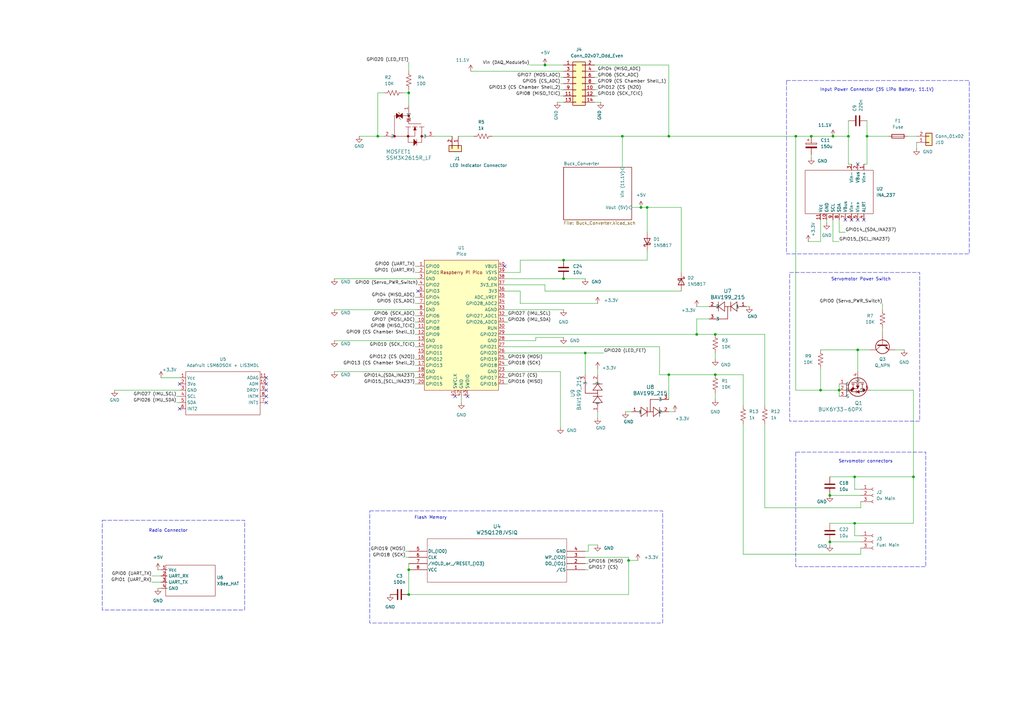
<source format=kicad_sch>
(kicad_sch (version 20250114) (generator "eeschema") (generator_version "9.0")
  (paper "A3")
  (title_block (title "LECV2.0 Main Board") (company "Missouri S&T Rocket Design Team") (comment 1 "Author: Rakshak Sudhakaran"))
  (lib_symbols
    (symbol "Adafruit_LSM6DSOX+LIS3MDL:Adafruit_LSM6DSOX+LIS3MDL"
      (property "Reference" "U" (at 0 0 0))
      (symbol "Adafruit_LSM6DSOX+LIS3MDL_1_1"
        (pin input line (at -17.78 -3.81 0) (length 2.54) (name "Vcc") (number "1"))
        (pin output line (at -17.78 -6.35 0) (length 2.54) (name "3Vo") (number "2"))
        (pin bidirectional line (at -17.78 -8.89 0) (length 2.54) (name "GND") (number "3"))
        (pin bidirectional line (at -17.78 -11.43 0) (length 2.54) (name "SCL") (number "4"))
        (pin bidirectional line (at -17.78 -13.97 0) (length 2.54) (name "SDA") (number "5"))
        (pin bidirectional line (at -17.78 -16.51 0) (length 2.54) (name "INT2") (number "6"))
        (pin bidirectional line (at 17.78 -3.81 180) (length 2.54) (name "ADAG") (number "11"))
        (pin bidirectional line (at 17.78 -6.35 180) (length 2.54) (name "ADM") (number "10"))
        (pin bidirectional line (at 17.78 -8.89 180) (length 2.54) (name "DRDY") (number "9"))
        (pin bidirectional line (at 17.78 -11.43 180) (length 2.54) (name "INTM") (number "8"))
        (pin bidirectional line (at 17.78 -13.97 180) (length 2.54) (name "INT1") (number "7"))
      )
    )
    (symbol "BAV199_215:BAV199_215" (pin_names (offset 0.254))
      (property "Reference" "U" (at 7.62 5.08 0))
      (property "Value" "BAV199_215" (at 7.62 -7.62 0))
      (symbol "BAV199_215_0_1"
        (pin unspecified line (at 0 0 0) (length 2.54) (name "2") (number "2"))
        (pin unspecified line (at 0 -5.08 0) (length 2.54) (name "3") (number "3"))
        (pin unspecified line (at 15.24 0 180) (length 2.54) (name "1") (number "1"))
      )
    )
    (symbol "BUK6Y33-60PX:BUK6Y33-60PX" (pin_names (offset 0.254))
      (property "Reference" "Q" (at 11.43 1.905 0))
      (property "Value" "BUK6Y33-60PX" (at 11.43 -2.54 0))
      (symbol "BUK6Y33-60PX_0_1"
        (pin unspecified line (at 0 0 0) (length 2.54) (name "G") (number "4"))
        (pin unspecified line (at 5.08 -7.62 90) (length 2.54) (name "S") (number "1"))
        (pin unspecified line (at 7.62 5.08 270) (length 2.54) (name "D") (number "5"))
        (pin unspecified line (at 7.62 -7.62 90) (length 2.54) (name "S") (number "2"))
        (pin unspecified line (at 10.16 -7.62 90) (length 2.54) (name "S") (number "3"))
      )
    )
    (symbol "Connector:Conn_01x03_Socket" (pin_names (offset 1.016) (hide yes))
      (property "Reference" "J" (at 0 5.08 0))
      (property "Value" "Conn_01x03_Socket" (at 0 -5.08 0))
      (symbol "Conn_01x03_Socket_1_1"
        (pin passive line (at -5.08 2.54 0) (length 3.81) (name "Pin_1") (number "1"))
        (pin passive line (at -5.08 0 0) (length 3.81) (name "Pin_2") (number "2"))
        (pin passive line (at -5.08 -2.54 0) (length 3.81) (name "Pin_3") (number "3"))
      )
    )
    (symbol "Connector_Generic:Conn_01x02" (pin_names (offset 1.016) (hide yes))
      (property "Reference" "J" (at 0 2.54 0))
      (property "Value" "Conn_01x02" (at 0 -5.08 0))
      (symbol "Conn_01x02_1_1"
        (pin passive line (at -5.08 0 0) (length 3.81) (name "Pin_1") (number "1"))
        (pin passive line (at -5.08 -2.54 0) (length 3.81) (name "Pin_2") (number "2"))
      )
    )
    (symbol "Connector_Generic:Conn_02x07_Odd_Even" (pin_names (offset 1.016) (hide yes))
      (property "Reference" "J" (at 1.27 10.16 0))
      (property "Value" "Conn_02x07_Odd_Even" (at 1.27 -10.16 0))
      (symbol "Conn_02x07_Odd_Even_1_1"
        (pin passive line (at -5.08 7.62 0) (length 3.81) (name "Pin_1") (number "1"))
        (pin passive line (at -5.08 5.08 0) (length 3.81) (name "Pin_3") (number "3"))
        (pin passive line (at -5.08 2.54 0) (length 3.81) (name "Pin_5") (number "5"))
        (pin passive line (at -5.08 0 0) (length 3.81) (name "Pin_7") (number "7"))
        (pin passive line (at -5.08 -2.54 0) (length 3.81) (name "Pin_9") (number "9"))
        (pin passive line (at -5.08 -5.08 0) (length 3.81) (name "Pin_11") (number "11"))
        (pin passive line (at -5.08 -7.62 0) (length 3.81) (name "Pin_13") (number "13"))
        (pin passive line (at 7.62 7.62 180) (length 3.81) (name "Pin_2") (number "2"))
        (pin passive line (at 7.62 5.08 180) (length 3.81) (name "Pin_4") (number "4"))
        (pin passive line (at 7.62 2.54 180) (length 3.81) (name "Pin_6") (number "6"))
        (pin passive line (at 7.62 0 180) (length 3.81) (name "Pin_8") (number "8"))
        (pin passive line (at 7.62 -2.54 180) (length 3.81) (name "Pin_10") (number "10"))
        (pin passive line (at 7.62 -5.08 180) (length 3.81) (name "Pin_12") (number "12"))
        (pin passive line (at 7.62 -7.62 180) (length 3.81) (name "Pin_14") (number "14"))
      )
    )
    (symbol "Device:C" (pin_numbers (hide yes)) (pin_names (offset 0.254))
      (property "Reference" "C" (at 0.635 2.54 0))
      (property "Value" "C" (at 0.635 -2.54 0))
      (symbol "C_1_1"
        (pin passive line (at 0 3.81 270) (length 2.794) (name "~") (number "1"))
        (pin passive line (at 0 -3.81 90) (length 2.794) (name "~") (number "2"))
      )
    )
    (symbol "Device:C_Polarized" (pin_numbers (hide yes)) (pin_names (offset 0.254))
      (property "Reference" "C" (at 0.635 2.54 0))
      (property "Value" "C_Polarized" (at 0.635 -2.54 0))
      (symbol "C_Polarized_1_1"
        (pin passive line (at 0 3.81 270) (length 2.794) (name "~") (number "1"))
        (pin passive line (at 0 -3.81 90) (length 2.794) (name "~") (number "2"))
      )
    )
    (symbol "Device:Fuse" (pin_numbers (hide yes)) (pin_names (offset 0))
      (property "Reference" "F" (at 2.032 0 90))
      (property "Value" "Fuse" (at -1.905 0 90))
      (symbol "Fuse_1_1"
        (pin passive line (at 0 3.81 270) (length 1.27) (name "~") (number "1"))
        (pin passive line (at 0 -3.81 90) (length 1.27) (name "~") (number "2"))
      )
    )
    (symbol "Device:Q_NPN" (pin_numbers (hide yes)) (pin_names (offset 0) (hide yes))
      (property "Reference" "Q2" (at -3.81 -4.318 90))
      (property "Value" "Q_NPN" (at -1.27 -4.318 90))
      (symbol "Q_NPN_1_1"
        (pin input line (at -5.08 0 0) (length 2.54) (name "B") (number "1"))
        (pin passive line (at 2.54 5.08 270) (length 2.54) (name "C") (number "3"))
        (pin passive line (at 2.54 -5.08 90) (length 2.54) (name "E") (number "2"))
      )
    )
    (symbol "Device:R_US" (pin_numbers (hide yes)) (pin_names (offset 0))
      (property "Reference" "R" (at 2.54 0 90))
      (property "Value" "R_US" (at -2.54 0 90))
      (symbol "R_US_1_1"
        (pin passive line (at 0 3.81 270) (length 1.27) (name "~") (number "1"))
        (pin passive line (at 0 -3.81 90) (length 1.27) (name "~") (number "2"))
      )
    )
    (symbol "Diode:1N5817" (pin_numbers (hide yes)) (pin_names (offset 1.016) (hide yes))
      (property "Reference" "D" (at 0 2.54 0))
      (property "Value" "1N5817" (at 0 -2.54 0))
      (symbol "1N5817_1_1"
        (pin passive line (at -3.81 0 0) (length 2.54) (name "K") (number "1"))
        (pin passive line (at 3.81 0 180) (length 2.54) (name "A") (number "2"))
      )
    )
    (symbol "GND_1" (power) (pin_numbers (hide yes)) (pin_names (offset 0) (hide yes))
      (property "Value" "GND" (at 0 -3.81 0))
      (symbol "GND_1_1_1"
        (pin power_in line (at 0 0 270) (length 0) (name "~") (number "1"))
      )
    )
    (symbol "GND_2" (power) (pin_numbers (hide yes)) (pin_names (offset 0) (hide yes))
      (property "Value" "GND" (at 0 -3.81 0))
      (symbol "GND_2_1_1"
        (pin power_in line (at 0 0 270) (length 0) (name "~") (number "1"))
      )
    )
    (symbol "GND_3" (power) (pin_numbers (hide yes)) (pin_names (offset 0) (hide yes))
      (property "Value" "GND" (at 0 -3.81 0))
      (symbol "GND_3_1_1"
        (pin power_in line (at 0 0 270) (length 0) (name "~") (number "1"))
      )
    )
    (symbol "INA237_Module:INA237_Module"
      (property "Reference" "U" (at -2.54 0 0))
      (symbol "INA237_Module_1_1"
        (pin input line (at -13.97 -5.08 0) (length 2.54) (name "Vin+") (number "1"))
        (pin bidirectional line (at -13.97 -7.62 0) (length 2.54) (name "VBus") (number "2"))
        (pin output line (at -13.97 -10.16 0) (length 2.54) (name "Vin-") (number "3"))
        (pin output line (at 8.89 -5.08 180) (length 2.54) (name "ALRT") (number "4"))
        (pin input line (at 8.89 -7.62 180) (length 2.54) (name "Vin+") (number "5"))
        (pin output line (at 8.89 -10.16 180) (length 2.54) (name "Vin-") (number "6"))
        (pin bidirectional line (at 8.89 -12.7 180) (length 2.54) (name "VBus") (number "7"))
        (pin bidirectional line (at 8.89 -15.24 180) (length 2.54) (name "SDA") (number "8"))
        (pin bidirectional line (at 8.89 -17.78 180) (length 2.54) (name "SCL") (number "9"))
        (pin bidirectional line (at 8.89 -20.32 180) (length 2.54) (name "GND") (number "10"))
        (pin input line (at 8.89 -22.86 180) (length 2.54) (name "Vcc") (number "11"))
      )
    )
    (symbol "PiPico:Pico"
      (property "Reference" "U" (at -13.97 27.94 0))
      (property "Value" "Pico" (at 0 19.05 0))
      (symbol "Pico_0_0"
        (text "Raspberry Pi Pico" (at 0 21.59 0) (effects (font (size 1.27 1.27))))
      )
      (symbol "Pico_1_1"
        (pin bidirectional line (at -17.78 24.13 0) (length 2.54) (name "GPIO0") (number "1"))
        (pin bidirectional line (at -17.78 21.59 0) (length 2.54) (name "GPIO1") (number "2"))
        (pin power_in line (at -17.78 19.05 0) (length 2.54) (name "GND") (number "3"))
        (pin bidirectional line (at -17.78 16.51 0) (length 2.54) (name "GPIO2") (number "4"))
        (pin bidirectional line (at -17.78 13.97 0) (length 2.54) (name "GPIO3") (number "5"))
        (pin bidirectional line (at -17.78 11.43 0) (length 2.54) (name "GPIO4") (number "6"))
        (pin bidirectional line (at -17.78 8.89 0) (length 2.54) (name "GPIO5") (number "7"))
        (pin power_in line (at -17.78 6.35 0) (length 2.54) (name "GND") (number "8"))
        (pin bidirectional line (at -17.78 3.81 0) (length 2.54) (name "GPIO6") (number "9"))
        (pin bidirectional line (at -17.78 1.27 0) (length 2.54) (name "GPIO7") (number "10"))
        (pin bidirectional line (at -17.78 -1.27 0) (length 2.54) (name "GPIO8") (number "11"))
        (pin bidirectional line (at -17.78 -3.81 0) (length 2.54) (name "GPIO9") (number "12"))
        (pin power_in line (at -17.78 -6.35 0) (length 2.54) (name "GND") (number "13"))
        (pin bidirectional line (at -17.78 -8.89 0) (length 2.54) (name "GPIO10") (number "14"))
        (pin bidirectional line (at -17.78 -11.43 0) (length 2.54) (name "GPIO11") (number "15"))
        (pin bidirectional line (at -17.78 -13.97 0) (length 2.54) (name "GPIO12") (number "16"))
        (pin bidirectional line (at -17.78 -16.51 0) (length 2.54) (name "GPIO13") (number "17"))
        (pin power_in line (at -17.78 -19.05 0) (length 2.54) (name "GND") (number "18"))
        (pin bidirectional line (at -17.78 -21.59 0) (length 2.54) (name "GPIO14") (number "19"))
        (pin bidirectional line (at -17.78 -24.13 0) (length 2.54) (name "GPIO15") (number "20"))
        (pin input line (at -2.54 -29.21 90) (length 2.54) (name "SWCLK") (number "41"))
        (pin power_in line (at 0 -29.21 90) (length 2.54) (name "GND") (number "42"))
        (pin bidirectional line (at 2.54 -29.21 90) (length 2.54) (name "SWDIO") (number "43"))
        (pin power_in line (at 17.78 24.13 180) (length 2.54) (name "VBUS") (number "40"))
        (pin power_in line (at 17.78 21.59 180) (length 2.54) (name "VSYS") (number "39"))
        (pin bidirectional line (at 17.78 19.05 180) (length 2.54) (name "GND") (number "38"))
        (pin input line (at 17.78 16.51 180) (length 2.54) (name "3V3_EN") (number "37"))
        (pin power_in line (at 17.78 13.97 180) (length 2.54) (name "3V3") (number "36"))
        (pin power_in line (at 17.78 11.43 180) (length 2.54) (name "ADC_VREF") (number "35"))
        (pin bidirectional line (at 17.78 8.89 180) (length 2.54) (name "GPIO28_ADC2") (number "34"))
        (pin power_in line (at 17.78 6.35 180) (length 2.54) (name "AGND") (number "33"))
        (pin bidirectional line (at 17.78 3.81 180) (length 2.54) (name "GPIO27_ADC1") (number "32"))
        (pin bidirectional line (at 17.78 1.27 180) (length 2.54) (name "GPIO26_ADC0") (number "31"))
        (pin input line (at 17.78 -1.27 180) (length 2.54) (name "RUN") (number "30"))
        (pin bidirectional line (at 17.78 -3.81 180) (length 2.54) (name "GPIO22") (number "29"))
        (pin power_in line (at 17.78 -6.35 180) (length 2.54) (name "GND") (number "28"))
        (pin bidirectional line (at 17.78 -8.89 180) (length 2.54) (name "GPIO21") (number "27"))
        (pin bidirectional line (at 17.78 -11.43 180) (length 2.54) (name "GPIO20") (number "26"))
        (pin bidirectional line (at 17.78 -13.97 180) (length 2.54) (name "GPIO19") (number "25"))
        (pin bidirectional line (at 17.78 -16.51 180) (length 2.54) (name "GPIO18") (number "24"))
        (pin power_in line (at 17.78 -19.05 180) (length 2.54) (name "GND") (number "23"))
        (pin bidirectional line (at 17.78 -21.59 180) (length 2.54) (name "GPIO17") (number "22"))
        (pin bidirectional line (at 17.78 -24.13 180) (length 2.54) (name "GPIO16") (number "21"))
      )
    )
    (symbol "SSM3K2615R_LF:SSM3K2615R_LF" (pin_names (offset 0.254))
      (property "Reference" "MOSFET" (at 0 0 0))
      (property "Value" "SSM3K2615R_LF" (at 0 0 0))
      (symbol "SSM3K2615R_LF_0_1"
        (pin unspecified line (at -2.54 -7.62 0) (length 2.54) (name "1") (number "1"))
        (pin unspecified line (at 10.16 2.54 270) (length 2.54) (name "3") (number "3"))
        (pin unspecified line (at 10.16 -17.78 90) (length 2.54) (name "2") (number "2"))
      )
    )
    (symbol "W25Q128JVSIQ:W25Q128JVSIQ" (pin_names (offset 0.254))
      (property "Reference" "U" (at 54.61 10.16 0))
      (property "Value" "W25Q128JVSIQ" (at 54.61 7.62 0))
      (symbol "W25Q128JVSIQ_0_1"
        (pin unspecified line (at 19.05 0 0) (length 7.62) (name "/CS") (number "1"))
        (pin power_out line (at 19.05 -7.62 0) (length 7.62) (name "GND") (number "4"))
        (pin power_in line (at 91.44 0 180) (length 7.62) (name "VCC") (number "8"))
        (pin unspecified line (at 91.44 -2.54 180) (length 7.62) (name "/HOLD_or_/RESET_(IO3)") (number "7"))
        (pin unspecified line (at 91.44 -5.08 180) (length 7.62) (name "CLK") (number "6"))
        (pin unspecified line (at 91.44 -7.62 180) (length 7.62) (name "DI_(IO0)") (number "5"))
      )
      (symbol "W25Q128JVSIQ_1_1"
        (pin unspecified line (at 19.05 -2.54 0) (length 7.62) (name "DO_(IO1)") (number "2"))
        (pin unspecified line (at 19.05 -5.08 0) (length 7.62) (name "WP_(IO2)") (number "3"))
      )
    )
    (symbol "XBee_HAT:XBee_HAT"
      (property "Reference" "U" (at 0 0 0))
      (symbol "XBee_HAT_1_1"
        (pin power_in line (at -11.43 -3.81 0) (length 2.54) (name "Vcc") (number "1"))
        (pin input line (at -11.43 -6.35 0) (length 2.54) (name "UART_RX") (number "2"))
        (pin output line (at -11.43 -8.89 0) (length 2.54) (name "UART_TX") (number "3"))
        (pin output line (at -11.43 -11.43 0) (length 2.54) (name "GND") (number "4"))
      )
    )
    (symbol "power:+12V" (power) (pin_names (offset 0))
      (property "Value" "+12V" (at 0 3.556 0))
      (symbol "+12V_1_1"
        (pin power_in line (at 0 0 90) (length 0) (hide yes) (name "+12V") (number "1"))
      )
    )
    (symbol "power:+3.3V" (power) (pin_numbers (hide yes)) (pin_names (offset 0) (hide yes))
      (property "Value" "+3.3V" (at 0 3.556 0))
      (symbol "+3.3V_1_1"
        (pin power_in line (at 0 0 90) (length 0) (name "~") (number "1"))
      )
    )
    (symbol "power:+5V" (power) (pin_numbers (hide yes)) (pin_names (offset 0) (hide yes))
      (property "Value" "+5V" (at 0 3.556 0))
      (symbol "+5V_1_1"
        (pin power_in line (at 0 0 90) (length 0) (name "~") (number "1"))
      )
    )
    (symbol "power:GND" (power) (pin_names (offset 0))
      (property "Value" "GND" (at 0 -3.81 0))
      (symbol "GND_1_1"
        (pin power_in line (at 0 0 270) (length 0) (hide yes) (name "GND") (number "1"))
      )
    )
  )
  (rectangle (start 41.91 213.36) (end 100.33 250.19) (stroke (width 0) (type dash)))
  (rectangle (start 323.85 111.76) (end 377.19 172.72) (stroke (width 0) (type dash)))
  (rectangle (start 326.39 185.42) (end 379.73 232.41) (stroke (width 0) (type dash)))
  (rectangle (start 151.638 209.55) (end 271.78 255.524) (stroke (width 0) (type dash)))
  (rectangle (start 322.58 33.02) (end 397.51 104.14) (stroke (width 0) (type dash)))
  (text "Flash Memory" (at 169.926 213.106 0) (effects (font (size 1.27 1.27)) (justify left bottom)))
  (text "Radio Connector" (at 60.96 218.44 0) (effects (font (size 1.27 1.27)) (justify left bottom)))
  (text "Servomotor Power Switch" (at 340.868 115.316 0) (effects (font (size 1.27 1.27)) (justify left bottom)))
  (text "Input Power Connector (3S LiPo Battery, 11.1V)" (at 336.296 37.592 0) (effects (font (size 1.27 1.27)) (justify left bottom)))
  (text "Servomotor connectors" (at 343.916 189.992 0) (effects (font (size 1.27 1.27)) (justify left bottom)))
  (junction (at 285.75 137.16))
  (junction (at 344.17 160.02))
  (junction (at 265.43 85.09))
  (junction (at 274.32 55.88))
  (junction (at 154.94 55.88))
  (junction (at 223.52 26.67))
  (junction (at 340.36 222.25))
  (junction (at 240.03 144.78))
  (junction (at 293.37 137.16))
  (junction (at 340.36 203.2))
  (junction (at 350.52 195.58))
  (junction (at 293.37 153.67))
  (junction (at 326.39 55.88))
  (junction (at 332.74 55.88))
  (junction (at 347.98 55.88))
  (junction (at 336.55 160.02))
  (junction (at 257.81 229.87))
  (junction (at 262.89 85.09))
  (junction (at 167.64 233.68))
  (junction (at 374.65 195.58))
  (junction (at 255.27 55.88))
  (junction (at 351.79 143.51))
  (junction (at 355.6 55.88))
  (junction (at 167.64 243.84))
  (junction (at 274.32 153.67))
  (junction (at 350.52 214.63))
  (junction (at 167.64 38.1))
  (junction (at 341.63 55.88))
  (junction (at 231.14 114.3))
  (junction (at 231.14 106.68))
  (no_connect (at 109.22 157.48))
  (no_connect (at 191.77 162.56))
  (no_connect (at 351.79 90.17))
  (no_connect (at 171.45 119.38))
  (no_connect (at 351.79 67.31))
  (no_connect (at 73.66 167.64))
  (no_connect (at 186.69 162.56))
  (no_connect (at 73.66 157.48))
  (no_connect (at 109.22 160.02))
  (no_connect (at 109.22 162.56))
  (no_connect (at 354.33 90.17))
  (no_connect (at 207.01 109.22))
  (no_connect (at 109.22 165.1))
  (no_connect (at 349.25 90.17))
  (no_connect (at 109.22 154.94))
  (no_connect (at 346.71 90.17))
  (wire (pts (xy 170.18 121.92) (xy 171.45 121.92)))
  (wire (pts (xy 245.11 34.29) (xy 243.84 34.29)))
  (wire (pts (xy 72.39 162.56) (xy 73.66 162.56)))
  (wire (pts (xy 336.55 143.51) (xy 351.79 143.51)))
  (wire (pts (xy 207.01 142.24) (xy 270.51 142.24)))
  (wire (pts (xy 326.39 55.88) (xy 326.39 160.02)))
  (wire (pts (xy 351.79 143.51) (xy 351.79 152.4)))
  (wire (pts (xy 340.36 222.25) (xy 353.06 222.25)))
  (wire (pts (xy 279.4 85.09) (xy 279.4 111.76)))
  (wire (pts (xy 340.36 203.2) (xy 353.06 203.2)))
  (wire (pts (xy 255.27 55.88) (xy 274.32 55.88)))
  (wire (pts (xy 257.81 229.87) (xy 257.81 228.6)))
  (wire (pts (xy 170.18 134.62) (xy 171.45 134.62)))
  (wire (pts (xy 350.52 195.58) (xy 350.52 200.66)))
  (wire (pts (xy 245.11 29.21) (xy 243.84 29.21)))
  (wire (pts (xy 245.11 153.67) (xy 245.11 151.13)))
  (wire (pts (xy 336.55 160.02) (xy 344.17 160.02)))
  (wire (pts (xy 313.69 166.37) (xy 313.69 137.16)))
  (wire (pts (xy 344.17 90.17) (xy 344.17 95.25)))
  (wire (pts (xy 372.11 55.88) (xy 375.92 55.88)))
  (wire (pts (xy 241.3 231.14) (xy 240.03 231.14)))
  (wire (pts (xy 245.11 36.83) (xy 243.84 36.83)))
  (wire (pts (xy 240.03 144.78) (xy 207.01 144.78)))
  (wire (pts (xy 207.01 127) (xy 231.14 127)))
  (wire (pts (xy 304.8 153.67) (xy 304.8 166.37)))
  (wire (pts (xy 241.3 223.52) (xy 241.3 226.06)))
  (wire (pts (xy 270.51 153.67) (xy 274.32 153.67)))
  (wire (pts (xy 167.64 231.14) (xy 167.64 233.68)))
  (wire (pts (xy 46.99 160.02) (xy 73.66 160.02)))
  (wire (pts (xy 166.37 226.06) (xy 167.64 226.06)))
  (wire (pts (xy 293.37 161.29) (xy 293.37 163.83)))
  (wire (pts (xy 243.84 26.67) (xy 274.32 26.67)))
  (wire (pts (xy 336.55 151.13) (xy 336.55 160.02)))
  (wire (pts (xy 154.94 38.1) (xy 157.48 38.1)))
  (wire (pts (xy 170.18 129.54) (xy 171.45 129.54)))
  (wire (pts (xy 207.01 137.16) (xy 285.75 137.16)))
  (wire (pts (xy 245.11 31.75) (xy 243.84 31.75)))
  (wire (pts (xy 167.64 36.83) (xy 167.64 38.1)))
  (wire (pts (xy 231.14 114.3) (xy 240.03 114.3)))
  (wire (pts (xy 332.74 64.77) (xy 332.74 63.5)))
  (wire (pts (xy 350.52 219.71) (xy 353.06 219.71)))
  (wire (pts (xy 228.6 41.91) (xy 231.14 41.91)))
  (wire (pts (xy 313.69 137.16) (xy 293.37 137.16)))
  (wire (pts (xy 170.18 109.22) (xy 171.45 109.22)))
  (wire (pts (xy 350.52 195.58) (xy 374.65 195.58)))
  (wire (pts (xy 361.95 124.46) (xy 361.95 127)))
  (wire (pts (xy 285.75 137.16) (xy 293.37 137.16)))
  (wire (pts (xy 274.32 168.91) (xy 276.86 168.91)))
  (wire (pts (xy 347.98 49.53) (xy 347.98 55.88)))
  (wire (pts (xy 229.87 36.83) (xy 231.14 36.83)))
  (wire (pts (xy 262.89 85.09) (xy 265.43 85.09)))
  (wire (pts (xy 355.6 55.88) (xy 364.49 55.88)))
  (wire (pts (xy 304.8 227.33) (xy 353.06 227.33)))
  (wire (pts (xy 274.32 55.88) (xy 326.39 55.88)))
  (wire (pts (xy 339.09 91.44) (xy 339.09 90.17)))
  (wire (pts (xy 240.03 144.78) (xy 240.03 153.67)))
  (wire (pts (xy 241.3 223.52) (xy 245.11 223.52)))
  (wire (pts (xy 351.79 143.51) (xy 356.87 143.51)))
  (wire (pts (xy 208.28 129.54) (xy 207.01 129.54)))
  (wire (pts (xy 217.17 26.67) (xy 223.52 26.67)))
  (wire (pts (xy 279.4 85.09) (xy 265.43 85.09)))
  (wire (pts (xy 274.32 153.67) (xy 274.32 163.83)))
  (wire (pts (xy 245.11 39.37) (xy 243.84 39.37)))
  (wire (pts (xy 170.18 142.24) (xy 171.45 142.24)))
  (wire (pts (xy 354.33 67.31) (xy 355.6 67.31)))
  (wire (pts (xy 344.17 162.56) (xy 344.17 160.02)))
  (wire (pts (xy 257.81 243.84) (xy 257.81 229.87)))
  (wire (pts (xy 274.32 153.67) (xy 293.37 153.67)))
  (wire (pts (xy 170.18 147.32) (xy 171.45 147.32)))
  (wire (pts (xy 375.92 58.42) (xy 375.92 60.96)))
  (wire (pts (xy 270.51 142.24) (xy 270.51 153.67)))
  (wire (pts (xy 208.28 147.32) (xy 207.01 147.32)))
  (wire (pts (xy 170.18 149.86) (xy 171.45 149.86)))
  (wire (pts (xy 231.14 106.68) (xy 265.43 106.68)))
  (wire (pts (xy 154.94 38.1) (xy 154.94 55.88)))
  (wire (pts (xy 261.62 229.87) (xy 257.81 229.87)))
  (wire (pts (xy 243.84 41.91) (xy 246.38 41.91)))
  (wire (pts (xy 344.17 160.02) (xy 344.17 157.48)))
  (wire (pts (xy 293.37 144.78) (xy 293.37 147.32)))
  (wire (pts (xy 290.83 130.81) (xy 285.75 130.81)))
  (wire (pts (xy 193.04 29.21) (xy 231.14 29.21)))
  (wire (pts (xy 361.95 134.62) (xy 361.95 135.89)))
  (wire (pts (xy 167.64 38.1) (xy 167.64 43.18)))
  (wire (pts (xy 229.87 152.4) (xy 207.01 152.4)))
  (wire (pts (xy 340.36 214.63) (xy 350.52 214.63)))
  (wire (pts (xy 170.18 137.16) (xy 171.45 137.16)))
  (wire (pts (xy 245.11 171.45) (xy 245.11 168.91)))
  (wire (pts (xy 64.77 233.68) (xy 66.04 233.68)))
  (wire (pts (xy 201.93 55.88) (xy 255.27 55.88)))
  (wire (pts (xy 185.42 55.88) (xy 177.8 55.88)))
  (wire (pts (xy 347.98 55.88) (xy 347.98 67.31)))
  (wire (pts (xy 353.06 208.28) (xy 353.06 205.74)))
  (wire (pts (xy 340.36 222.25) (xy 340.36 223.52)))
  (wire (pts (xy 255.27 55.88) (xy 255.27 68.58)))
  (wire (pts (xy 62.23 238.76) (xy 66.04 238.76)))
  (wire (pts (xy 313.69 208.28) (xy 353.06 208.28)))
  (wire (pts (xy 170.18 111.76) (xy 171.45 111.76)))
  (wire (pts (xy 157.48 55.88) (xy 154.94 55.88)))
  (wire (pts (xy 208.28 132.08) (xy 207.01 132.08)))
  (wire (pts (xy 326.39 160.02) (xy 336.55 160.02)))
  (wire (pts (xy 166.37 228.6) (xy 167.64 228.6)))
  (wire (pts (xy 332.74 55.88) (xy 341.63 55.88)))
  (wire (pts (xy 219.71 138.43) (xy 231.14 138.43)))
  (wire (pts (xy 247.65 144.78) (xy 240.03 144.78)))
  (wire (pts (xy 207.01 114.3) (xy 231.14 114.3)))
  (wire (pts (xy 304.8 173.99) (xy 304.8 227.33)))
  (wire (pts (xy 137.16 152.4) (xy 171.45 152.4)))
  (wire (pts (xy 208.28 154.94) (xy 207.01 154.94)))
  (wire (pts (xy 72.39 165.1) (xy 73.66 165.1)))
  (wire (pts (xy 207.01 111.76) (xy 213.36 111.76)))
  (wire (pts (xy 374.65 214.63) (xy 350.52 214.63)))
  (wire (pts (xy 336.55 90.17) (xy 336.55 99.06)))
  (wire (pts (xy 341.63 90.17) (xy 341.63 99.06)))
  (wire (pts (xy 213.36 111.76) (xy 213.36 106.68)))
  (wire (pts (xy 189.23 162.56) (xy 189.23 165.1)))
  (wire (pts (xy 219.71 139.7) (xy 207.01 139.7)))
  (wire (pts (xy 167.64 243.84) (xy 257.81 243.84)))
  (wire (pts (xy 154.94 55.88) (xy 147.32 55.88)))
  (wire (pts (xy 374.65 195.58) (xy 374.65 214.63)))
  (wire (pts (xy 347.98 67.31) (xy 349.25 67.31)))
  (wire (pts (xy 344.17 99.06) (xy 341.63 99.06)))
  (wire (pts (xy 256.54 168.91) (xy 259.08 168.91)))
  (wire (pts (xy 137.16 139.7) (xy 171.45 139.7)))
  (wire (pts (xy 229.87 39.37) (xy 231.14 39.37)))
  (wire (pts (xy 213.36 124.46) (xy 213.36 119.38)))
  (wire (pts (xy 167.64 25.4) (xy 167.64 29.21)))
  (wire (pts (xy 137.16 114.3) (xy 171.45 114.3)))
  (wire (pts (xy 279.4 119.38) (xy 223.52 119.38)))
  (wire (pts (xy 241.3 233.68) (xy 240.03 233.68)))
  (wire (pts (xy 167.64 233.68) (xy 167.64 243.84)))
  (wire (pts (xy 137.16 127) (xy 171.45 127)))
  (wire (pts (xy 170.18 124.46) (xy 171.45 124.46)))
  (wire (pts (xy 285.75 125.73) (xy 290.83 125.73)))
  (wire (pts (xy 223.52 116.84) (xy 207.01 116.84)))
  (wire (pts (xy 350.52 214.63) (xy 350.52 219.71)))
  (wire (pts (xy 208.28 149.86) (xy 207.01 149.86)))
  (wire (pts (xy 306.07 125.73) (xy 307.34 125.73)))
  (wire (pts (xy 213.36 106.68) (xy 231.14 106.68)))
  (wire (pts (xy 213.36 119.38) (xy 207.01 119.38)))
  (wire (pts (xy 165.1 38.1) (xy 167.64 38.1)))
  (wire (pts (xy 64.77 241.3) (xy 66.04 241.3)))
  (wire (pts (xy 245.11 124.46) (xy 213.36 124.46)))
  (wire (pts (xy 341.63 55.88) (xy 347.98 55.88)))
  (wire (pts (xy 229.87 175.26) (xy 229.87 152.4)))
  (wire (pts (xy 265.43 85.09) (xy 265.43 95.25)))
  (wire (pts (xy 355.6 49.53) (xy 355.6 55.88)))
  (wire (pts (xy 326.39 55.88) (xy 332.74 55.88)))
  (wire (pts (xy 265.43 106.68) (xy 265.43 102.87)))
  (wire (pts (xy 350.52 200.66) (xy 353.06 200.66)))
  (wire (pts (xy 194.31 55.88) (xy 187.96 55.88)))
  (wire (pts (xy 259.08 85.09) (xy 262.89 85.09)))
  (wire (pts (xy 285.75 130.81) (xy 285.75 137.16)))
  (wire (pts (xy 66.04 154.94) (xy 73.66 154.94)))
  (wire (pts (xy 340.36 195.58) (xy 350.52 195.58)))
  (wire (pts (xy 223.52 26.67) (xy 231.14 26.67)))
  (wire (pts (xy 219.71 138.43) (xy 219.71 139.7)))
  (wire (pts (xy 229.87 34.29) (xy 231.14 34.29)))
  (wire (pts (xy 353.06 227.33) (xy 353.06 224.79)))
  (wire (pts (xy 367.03 143.51) (xy 370.84 143.51)))
  (wire (pts (xy 170.18 154.94) (xy 171.45 154.94)))
  (wire (pts (xy 331.47 99.06) (xy 336.55 99.06)))
  (wire (pts (xy 240.03 228.6) (xy 257.81 228.6)))
  (wire (pts (xy 355.6 67.31) (xy 355.6 55.88)))
  (wire (pts (xy 208.28 157.48) (xy 207.01 157.48)))
  (wire (pts (xy 170.18 157.48) (xy 171.45 157.48)))
  (wire (pts (xy 346.71 95.25) (xy 344.17 95.25)))
  (wire (pts (xy 170.18 132.08) (xy 171.45 132.08)))
  (wire (pts (xy 241.3 226.06) (xy 240.03 226.06)))
  (wire (pts (xy 274.32 26.67) (xy 274.32 55.88)))
  (wire (pts (xy 293.37 153.67) (xy 304.8 153.67)))
  (wire (pts (xy 356.87 160.02) (xy 374.65 160.02)))
  (wire (pts (xy 223.52 119.38) (xy 223.52 116.84)))
  (wire (pts (xy 313.69 173.99) (xy 313.69 208.28)))
  (wire (pts (xy 229.87 31.75) (xy 231.14 31.75)))
  (wire (pts (xy 62.23 236.22) (xy 66.04 236.22)))
  (wire (pts (xy 374.65 160.02) (xy 374.65 195.58)))
  (label "GPIO15_(SCL_INA237)" (at 170.18 157.48 180))
  (label "GPIO17 (CS)" (at 208.28 154.94 0))
  (label "GPIO1 (UART_RX)" (at 62.23 238.76 180))
  (label "GPIO0 (Servo_PWR_Switch)" (at 361.95 124.46 180))
  (label "GPIO27 (IMU_SCL)" (at 208.28 129.54 0))
  (label "GPIO0 (UART_TX)" (at 62.23 236.22 180))
  (label "GPIO27 (IMU_SCL)" (at 72.39 162.56 180))
  (label "GPIO12 (CS (N2O)" (at 245.11 36.83 0))
  (label "GPIO10 (SCK_TCIC)" (at 170.18 142.24 180))
  (label "GPIO4 (MISO_ADC)" (at 170.18 121.92 180))
  (label "GPIO8 (MISO_TCIC)" (at 229.87 39.37 180))
  (label "GPIO15_(SCL_INA237)" (at 344.17 99.06 0))
  (label "GPIO10 (SCK_TCIC)" (at 245.11 39.37 0))
  (label "GPIO9 (CS Chamber Shell_1)" (at 245.11 34.29 0))
  (label "GPIO1 (UART_RX)" (at 170.18 111.76 180))
  (label "GPIO5 (CS_ADC)" (at 229.87 34.29 180))
  (label "GPIO13 (CS Chamber Shell_2)" (at 229.87 36.83 180))
  (label "GPIO26 (IMU_SDA)" (at 208.28 132.08 0))
  (label "GPIO6 (SCK_ADC)" (at 170.18 129.54 180))
  (label "GPIO16 (MISO)" (at 208.28 157.48 0))
  (label "GPIO14_(SDA_INA237)" (at 346.71 95.25 0))
  (label "GPIO19 (MOSI)" (at 208.28 147.32 0))
  (label "GPIO0 (Servo_PWR_Switch)" (at 171.45 116.84 180))
  (label "GPIO26 (IMU_SDA)" (at 72.39 165.1 180))
  (label "GPIO19 (MOSI)" (at 166.37 226.06 180))
  (label "GPIO7 (MOSI_ADC)" (at 229.87 31.75 180))
  (label "GPIO14_(SDA_INA237)" (at 170.18 154.94 180))
  (label "GPIO13 (CS Chamber Shell_2)" (at 170.18 149.86 180))
  (label "GPIO17 (CS)" (at 241.3 233.68 0))
  (label "GPIO0 (UART_TX)" (at 170.18 109.22 180))
  (label "GPIO8 (MISO_TCIC)" (at 170.18 134.62 180))
  (label "Vin (DAQ_Module5v)" (at 217.17 26.67 180))
  (label "GPIO9 (CS Chamber Shell_1)" (at 170.18 137.16 180))
  (label "GPIO6 (SCK_ADC)" (at 245.11 31.75 0))
  (label "GPIO7 (MOSI_ADC)" (at 170.18 132.08 180))
  (label "GPIO20 (LED_FET)" (at 247.65 144.78 0))
  (label "GPIO5 (CS_ADC)" (at 170.18 124.46 180))
  (label "GPIO16 (MISO)" (at 241.3 231.14 0))
  (label "GPIO20 (LED_FET)" (at 167.64 25.4 180))
  (label "GPIO18 (SCK)" (at 166.37 228.6 180))
  (label "GPIO4 (MISO_ADC)" (at 245.11 29.21 0))
  (label "GPIO18 (SCK)" (at 208.28 149.86 0))
  (label "GPIO12 (CS (N2O))" (at 170.18 147.32 180))
  (symbol (lib_id "Device:R_US") (at 293.37 157.48 0) (unit 1)
    (property "Reference" "R1" (at 295.91 156.21 0) (effects (justify left)))
    (property "Value" "10K" (at 295.91 158.75 0) (effects (justify left)))
    (property "Footprint" "Resistor_SMD:R_0603_1608Metric" (effects (hide yes)))
    (property "Datasheet" "https://www.vishay.com/docs/28758/tnpw_e3.pdf" (effects (hide yes)))
    (property "DigiKey" "https://www.digikey.com/en/products/detail/vishay-dale/TNPW060310K0BEEA/1606881" (effects (hide yes)))
  )
  (symbol (lib_id "power:GND") (at 137.16 114.3 0) (unit 1)
    (property "Reference" "#PWR07" (effects (hide yes)))
    (property "Value" "GND" (at 139.7 115.5699 0) (effects (justify left)))
  )
  (symbol (lib_id "BUK6Y33-60PX:BUK6Y33-60PX") (at 351.79 152.4 270) (unit 1)
    (property "Reference" "Q1" (at 353.822 165.354 90) (effects (font (size 1.524 1.524)) (justify right)))
    (property "Value" "BUK6Y33-60PX" (at 353.822 167.894 90) (effects (font (size 1.524 1.524)) (justify right)))
    (property "Footprint" "BUK6Y33-60PX:LFPAK_SOT669_NEX" (effects (hide yes)))
    (property "Datasheet" "https://assets.nexperia.com/documents/data-sheet/BUK6Y33-60P.pdf" (effects (hide yes)))
    (property "DigiKey" "https://www.digikey.com/en/products/detail/nexperia-usa-inc/BUK6Y33-60PX/12325065" (effects (hide yes)))
  )
  (symbol (lib_id "power:GND") (at 375.92 60.96 0) (unit 1)
    (property "Reference" "#PWR09" (effects (hide yes)))
    (property "Value" "GND" (at 378.46 62.2299 0) (effects (justify left)))
  )
  (symbol (lib_id "power:GND") (at 137.16 127 0) (unit 1)
    (property "Reference" "#PWR06" (effects (hide yes)))
    (property "Value" "GND" (at 139.7 128.2699 0) (effects (justify left)))
  )
  (symbol (lib_id "Device:R_US") (at 293.37 140.97 0) (unit 1)
    (property "Reference" "R3" (at 295.91 139.7 0) (effects (justify left)))
    (property "Value" "10K" (at 295.91 142.24 0) (effects (justify left)))
    (property "Footprint" "Resistor_SMD:R_0603_1608Metric" (effects (hide yes)))
    (property "Datasheet" "https://www.vishay.com/docs/28758/tnpw_e3.pdf" (effects (hide yes)))
    (property "DigiKey" "https://www.digikey.com/en/products/detail/vishay-dale/TNPW060310K0BEEA/1606881" (effects (hide yes)))
  )
  (symbol (lib_id "power:GND") (at 307.34 125.73 0) (unit 1)
    (property "Reference" "#PWR048" (effects (hide yes)))
    (property "Value" "GND" (at 308.61 129.794 0))
  )
  (symbol (lib_id "power:GND") (at 229.87 175.26 0) (unit 1)
    (property "Reference" "#PWR01" (effects (hide yes)))
    (property "Value" "GND" (at 232.41 176.5299 0) (effects (justify left)))
  )
  (symbol (lib_id "power:+12V") (at 193.04 29.21 0) (unit 1)
    (property "Reference" "#PWR030" (effects (hide yes)))
    (property "Value" "11.1V" (at 186.944 24.638 0) (effects (justify left)))
  )
  (symbol (lib_id "power:GND") (at 340.36 203.2 0) (unit 1)
    (property "Reference" "#PWR011" (effects (hide yes)))
    (property "Value" "GND" (at 335.026 205.74 0) (effects (justify left)))
  )
  (symbol (lib_id "W25Q128JVSIQ:W25Q128JVSIQ") (at 259.08 233.68 180) (unit 1)
    (property "Reference" "U4" (at 203.835 215.9 0) (effects (font (size 1.524 1.524))))
    (property "Value" "W25Q128JVSIQ" (at 203.835 218.44 0) (effects (font (size 1.524 1.524))))
    (property "Footprint" "W25Q128JVSIQ:SOIC_128JVSIQ_WIN" (effects (hide yes)))
    (property "Datasheet" "https://www.winbond.com/resource-files/W25Q128JV%20RevI%2008232021%20Plus.pdf" (effects (hide yes)))
    (property "DigiKey" "https://www.digikey.com/en/products/detail/winbond-electronics/W25Q128JVSIQ/5803943" (effects (hide yes)))
  )
  (symbol (lib_id "power:GND") (at 231.14 138.43 0) (unit 1)
    (property "Reference" "#PWR04" (effects (hide yes)))
    (property "Value" "GND" (at 233.68 139.6999 0) (effects (justify left)))
  )
  (symbol (lib_id "Connector_Generic:Conn_02x07_Odd_Even") (at 236.22 34.29 0) (unit 1)
    (property "Reference" "J4" (at 237.49 20.32 0))
    (property "Value" "Conn_02x07_Odd_Even" (at 244.856 22.86 0))
    (property "Footprint" "Connector_PinHeader_2.54mm:PinHeader_2x07_P2.54mm_Vertical" (effects (hide yes)))
    (property "Description" "Generic connector, double row, 02x07, odd/even pin numbering scheme (row 1 odd numbers, row 2 even numbers), script generated (kicad-library-utils/schlib/autogen/connector/)" (effects (hide yes)))
  )
  (symbol (lib_id "power:+3.3V") (at 66.04 154.94 0) (unit 1)
    (property "Reference" "#PWR021" (effects (hide yes)))
    (property "Value" "+3.3V" (at 66.548 151.638 0) (effects (justify left)))
    (property "Description" "Power symbol creates a global label with name \"+3.3V\"" (effects (hide yes)))
  )
  (symbol (lib_id "power:GND") (at 137.16 152.4 0) (unit 1)
    (property "Reference" "#PWR02" (effects (hide yes)))
    (property "Value" "GND" (at 139.7 153.6699 0) (effects (justify left)))
  )
  (symbol (lib_id "power:GND") (at 160.02 243.84 0) (unit 1)
    (property "Reference" "#PWR059" (effects (hide yes)))
    (property "Value" "GND" (at 160.02 248.92 0))
  )
  (symbol (lib_id "power:+12V") (at 341.63 55.88 0) (unit 1)
    (property "Reference" "#PWR020" (effects (hide yes)))
    (property "Value" "11.1V" (at 335.534 51.308 0) (effects (justify left)))
  )
  (symbol (lib_id "Device:C") (at 340.36 199.39 0) (unit 1)
    (property "Reference" "C18" (at 344.17 198.12 0) (effects (justify left)))
    (property "Value" "10u" (at 344.17 200.66 0) (effects (justify left)))
    (property "Footprint" "Capacitor_SMD:C_0805_2012Metric" (effects (hide yes)))
    (property "Datasheet" "https://mm.digikey.com/Volume0/opasdata/d220001/medias/docus/5545/CL21A106KAYNNNE%20Spec.pdf" (effects (hide yes)))
    (property "DigiKey" "https://www.digikey.com/en/products/detail/samsung-electro-mechanics/CL21A106KAYNNNE/3888549" (effects (hide yes)))
  )
  (symbol (lib_id "BAV199_215:BAV199_215") (at 290.83 125.73 0) (unit 1)
    (property "Reference" "U7" (at 298.45 119.38 0) (effects (font (size 1.524 1.524))))
    (property "Value" "BAV199_215" (at 298.45 121.92 0) (effects (font (size 1.524 1.524))))
    (property "Footprint" "Package_TO_SOT_SMD:SOT-23-3" (effects (hide yes)))
    (property "Datasheet" "https://assets.nexperia.com/documents/data-sheet/BAV199.pdf" (effects (hide yes)))
    (property "DigiKey" "https://www.digikey.com/en/products/detail/nexperia-usa-inc/BAV199-215/763223?msockid=128e8e655193667d39a29db6508167d6" (effects (hide yes)))
  )
  (symbol (lib_id "Device:C") (at 351.79 49.53 90) (unit 1)
    (property "Reference" "C9" (at 350.52 45.72 0) (effects (justify left)))
    (property "Value" "220n" (at 353.06 45.72 0) (effects (justify left)))
    (property "Footprint" "Capacitor_SMD:C_0805_2012Metric" (effects (hide yes)))
    (property "Datasheet" "https://www.samsungsem.com/resources/file/global/support/product_catalog/MLCC.pdf" (effects (hide yes)))
    (property "DigiKey" "https://www.digikey.com/en/products/detail/samsung-electro-mechanics/CL21B224KBFNNNG/3894501" (effects (hide yes)))
  )
  (symbol (lib_id "Device:R_US") (at 161.29 38.1 270) (unit 1)
    (property "Reference" "R2" (at 157.734 31.75 90) (effects (justify left)))
    (property "Value" "10K" (at 157.734 34.29 90) (effects (justify left)))
    (property "Footprint" "Resistor_SMD:R_0603_1608Metric" (effects (hide yes)))
    (property "Datasheet" "https://www.vishay.com/docs/28758/tnpw_e3.pdf" (effects (hide yes)))
    (property "DigiKey" "https://www.digikey.com/en/products/detail/vishay-dale/TNPW060310K0BEEA/1606881" (effects (hide yes)))
  )
  (symbol (lib_id "Connector_Generic:Conn_01x02") (at 381 58.42 0) (mirror x) (unit 1)
    (property "Reference" "J10" (at 383.54 58.42 0) (effects (justify left)))
    (property "Value" "Conn_01x02" (at 383.54 55.88 0) (effects (justify left)))
    (property "Footprint" "Connector_AMASS:AMASS_XT30UPB-M_1x02_P5.0mm_Vertical" (effects (hide yes)))
  )
  (symbol (lib_id "power:GND") (at 64.77 241.3 0) (unit 1)
    (property "Reference" "#PWR05" (effects (hide yes)))
    (property "Value" "GND" (at 64.77 246.38 0))
    (property "Description" "Power symbol creates a global label with name \"GND\" , ground" (effects (hide yes)))
  )
  (symbol (lib_name "GND_1") (lib_id "power:GND") (at 46.99 160.02 0) (unit 1)
    (property "Reference" "#PWR022" (effects (hide yes)))
    (property "Value" "GND" (at 44.958 164.084 0) (effects (justify left)))
    (property "Description" "Power symbol creates a global label with name \"GND\" , ground" (effects (hide yes)))
  )
  (symbol (lib_id "power:+5V") (at 64.77 233.68 0) (unit 1)
    (property "Reference" "#PWR024" (effects (hide yes)))
    (property "Value" "+5V" (at 64.77 228.6 0))
    (property "Description" "Power symbol creates a global label with name \"+5V\"" (effects (hide yes)))
  )
  (symbol (lib_id "Diode:1N5817") (at 279.4 115.57 270) (unit 1)
    (property "Reference" "D2" (at 281.94 113.9824 90) (effects (justify left)))
    (property "Value" "1N5817" (at 281.94 116.5224 90) (effects (justify left)))
    (property "Footprint" "Diode_THT:D_DO-41_SOD81_P10.16mm_Horizontal" (effects (hide yes)))
    (property "Datasheet" "http://www.vishay.com/docs/88525/1n5817.pdf" (effects (hide yes)))
    (property "DigiKey" "https://www.digikey.com/en/products/detail/vishay-general-semiconductor-diodes-division/1N5817-E3-73/2139978" (effects (hide yes)))
  )
  (symbol (lib_id "Diode:1N5817") (at 265.43 99.06 90) (unit 1)
    (property "Reference" "D1" (at 267.97 98.1075 90) (effects (justify right)))
    (property "Value" "1N5817" (at 267.97 100.6475 90) (effects (justify right)))
    (property "Footprint" "Diode_THT:D_DO-41_SOD81_P10.16mm_Horizontal" (effects (hide yes)))
    (property "Datasheet" "http://www.vishay.com/docs/88525/1n5817.pdf" (effects (hide yes)))
    (property "DigiKey" "https://www.digikey.com/en/products/detail/vishay-general-semiconductor-diodes-division/1N5817-E3-73/2139978" (effects (hide yes)))
  )
  (symbol (lib_id "XBee_HAT:XBee_HAT") (at 77.47 229.87 0) (unit 1)
    (property "Reference" "U6" (at 88.9 236.8549 0) (effects (justify left)))
    (property "Value" "XBee_HAT" (at 88.9 239.3949 0) (effects (justify left)))
    (property "Footprint" "XBee_HAT:XBee-HAT" (effects (hide yes)))
  )
  (symbol (lib_id "Connector:Conn_01x03_Socket") (at 358.14 203.2 0) (unit 1)
    (property "Reference" "J2" (at 359.41 201.9299 0) (effects (justify left)))
    (property "Value" "Ox Main" (at 359.41 204.4699 0) (effects (justify left)))
    (property "Footprint" "54-00440:TENSILITY_54-00440" (effects (hide yes)))
    (property "Datasheet" "https://tensility.s3.us-west-2.amazonaws.com/uploads/pdffiles/54-00440.pdf" (effects (hide yes)))
    (property "Description" "Generic connector, single row, 01x03, script generated" (effects (hide yes)))
    (property "DigiKey" "https://www.digikey.com/en/products/detail/tensility-international-corp/54-00440/26797725" (effects (hide yes)))
  )
  (symbol (lib_id "power:GND") (at 256.54 168.91 0) (unit 1)
    (property "Reference" "#PWR047" (effects (hide yes)))
    (property "Value" "GND" (at 257.81 172.974 0))
  )
  (symbol (lib_id "power:GND") (at 340.36 223.52 0) (unit 1)
    (property "Reference" "#PWR012" (effects (hide yes)))
    (property "Value" "GND" (at 339.344 224.028 0) (effects (justify right)))
  )
  (symbol (lib_id "SSM3K2615R_LF:SSM3K2615R_LF") (at 175.26 45.72 270) (unit 1)
    (property "Reference" "MOSFET1" (at 158.242 62.23 90) (effects (font (size 1.524 1.524)) (justify left)))
    (property "Value" "SSM3K2615R_LF" (at 158.242 64.77 90) (effects (font (size 1.524 1.524)) (justify left)))
    (property "Footprint" "SSM3K2615R_LF:SOT-23F_TOS" (effects (hide yes)))
    (property "Datasheet" "https://toshiba.semicon-storage.com/info/SSM3K2615R_datasheet_en_20250130.pdf?did=15672&prodName=SSM3K2615R" (effects (hide yes)))
    (property "DigiKey" "https://www.digikey.com/en/products/detail/toshiba-semiconductor-and-storage/SSM3K2615R-LF/5403445?s=N4IgTCBcDaIMpwLIGYDSYBsBGArAJQH0AZAMRAF0BfIA" (effects (hide yes)))
  )
  (symbol (lib_id "INA237_Module:INA237_Module") (at 359.41 81.28 270) (unit 1)
    (property "Reference" "U2" (at 359.41 77.4699 90) (effects (justify left)))
    (property "Value" "INA_237" (at 359.41 80.0099 90) (effects (justify left)))
    (property "Footprint" "INA_238:INA238_MODULE" (effects (hide yes)))
  )
  (symbol (lib_id "Device:Q_NPN") (at 361.95 140.97 90) (mirror x) (unit 1)
    (property "Reference" "Q3" (at 361.95 147.32 90))
    (property "Value" "Q_NPN" (at 361.95 149.86 90))
    (property "Footprint" "Package_TO_SOT_SMD:SOT-323_SC-70" (effects (hide yes)))
    (property "Description" "NPN bipolar junction transistor" (effects (hide yes)))
    (property "DigiKey" "https://www.digikey.com/en/products/detail/nexperia-usa-inc/BC847CW-135/1232291" (effects (hide yes)))
  )
  (symbol (lib_id "power:+3.3V") (at 245.11 151.13 0) (unit 1)
    (property "Reference" "#PWR050" (effects (hide yes)))
    (property "Value" "+3.3V" (at 246.888 150.876 0) (effects (justify left)))
    (property "Description" "Power symbol creates a global label with name \"+3.3V\"" (effects (hide yes)))
  )
  (symbol (lib_name "GND_2") (lib_id "power:GND") (at 370.84 143.51 0) (unit 1)
    (property "Reference" "#PWR027" (effects (hide yes)))
    (property "Value" "GND" (at 370.84 148.59 0))
    (property "Description" "Power symbol creates a global label with name \"GND\" , ground" (effects (hide yes)))
  )
  (symbol (lib_id "power:+5V") (at 262.89 85.09 0) (unit 1)
    (property "Reference" "#PWR023" (effects (hide yes)))
    (property "Value" "+5V" (at 262.89 80.01 0))
    (property "Description" "Power symbol creates a global label with name \"+5V\"" (effects (hide yes)))
  )
  (symbol (lib_id "BAV199_215:BAV199_215") (at 245.11 153.67 270) (unit 1)
    (property "Reference" "U9" (at 234.95 161.29 0) (effects (font (size 1.524 1.524))))
    (property "Value" "BAV199_215" (at 237.49 161.29 0) (effects (font (size 1.524 1.524))))
    (property "Footprint" "Package_TO_SOT_SMD:SOT-23-3" (effects (hide yes)))
    (property "Datasheet" "https://assets.nexperia.com/documents/data-sheet/BAV199.pdf" (effects (hide yes)))
    (property "DigiKey" "https://www.digikey.com/en/products/detail/nexperia-usa-inc/BAV199-215/763223?msockid=128e8e655193667d39a29db6508167d6" (effects (hide yes)))
  )
  (symbol (lib_id "Device:C_Polarized") (at 332.74 59.69 0) (unit 1)
    (property "Reference" "C11" (at 336.55 57.5309 0) (effects (justify left)))
    (property "Value" "150u" (at 336.55 60.0709 0) (effects (justify left)))
    (property "Footprint" "EEUFC1H151B:CAPPRD500W60D1000H1600" (effects (hide yes)))
    (property "Datasheet" "https://industrial.panasonic.com/ww/products/pt/aluminum-cap-lead/models/EEUFC1H151B" (effects (hide yes)))
    (property "Description" "Polarized capacitor" (effects (hide yes)))
    (property "DigiKey" "https://www.digikey.com/en/products/detail/panasonic-electronic-components/EEU-FC1H151B/2689668" (effects (hide yes)))
  )
  (symbol (lib_id "power:GND") (at 332.74 64.77 0) (unit 1)
    (property "Reference" "#PWR025" (effects (hide yes)))
    (property "Value" "GND" (at 335.28 66.0399 0) (effects (justify left)))
  )
  (symbol (lib_id "power:+3.3V") (at 276.86 168.91 0) (unit 1)
    (property "Reference" "#PWR046" (effects (hide yes)))
    (property "Value" "+3.3V" (at 276.86 171.704 0) (effects (justify left)))
    (property "Description" "Power symbol creates a global label with name \"+3.3V\"" (effects (hide yes)))
  )
  (symbol (lib_id "power:GND") (at 245.11 171.45 0) (unit 1)
    (property "Reference" "#PWR049" (effects (hide yes)))
    (property "Value" "GND" (at 246.38 175.514 0))
  )
  (symbol (lib_id "power:GND") (at 293.37 147.32 0) (unit 1)
    (property "Reference" "#PWR043" (effects (hide yes)))
    (property "Value" "GND" (at 297.688 149.606 0))
  )
  (symbol (lib_id "Device:R_US") (at 313.69 170.18 0) (unit 1)
    (property "Reference" "R12" (at 316.103 168.783 0) (effects (justify left)))
    (property "Value" "1k" (at 316.103 171.323 0) (effects (justify left)))
    (property "Footprint" "Resistor_SMD:R_0603_1608Metric" (effects (hide yes)))
    (property "Datasheet" "https://www.vishay.com/docs/28758/tnpw_e3.pdf" (effects (hide yes)))
    (property "Description" "Resistor, US symbol" (effects (hide yes)))
    (property "DigiKey" "https://www.digikey.com/en/products/detail/vishay-dale/TNPW06031K00BEEA/1606767" (effects (hide yes)))
  )
  (symbol (lib_name "GND_1") (lib_id "power:GND") (at 147.32 55.88 0) (unit 1)
    (property "Reference" "#PWR010" (effects (hide yes)))
    (property "Value" "GND" (at 145.288 59.944 0) (effects (justify left)))
    (property "Description" "Power symbol creates a global label with name \"GND\" , ground" (effects (hide yes)))
  )
  (symbol (lib_id "power:GND") (at 189.23 165.1 0) (unit 1)
    (property "Reference" "#PWR060" (effects (hide yes)))
    (property "Value" "GND" (at 189.23 170.18 0))
  )
  (symbol (lib_id "Device:R_US") (at 304.8 170.18 0) (unit 1)
    (property "Reference" "R13" (at 307.213 168.783 0) (effects (justify left)))
    (property "Value" "1k" (at 307.213 171.323 0) (effects (justify left)))
    (property "Footprint" "Resistor_SMD:R_0603_1608Metric" (effects (hide yes)))
    (property "Datasheet" "https://www.vishay.com/docs/28758/tnpw_e3.pdf" (effects (hide yes)))
    (property "Description" "Resistor, US symbol" (effects (hide yes)))
    (property "DigiKey" "https://www.digikey.com/en/products/detail/vishay-dale/TNPW06031K00BEEA/1606767" (effects (hide yes)))
  )
  (symbol (lib_id "power:+3.3V") (at 245.11 124.46 0) (unit 1)
    (property "Reference" "#PWR013" (effects (hide yes)))
    (property "Value" "+3.3V" (at 247.65 123.1899 0) (effects (justify left)))
    (property "Description" "Power symbol creates a global label with name \"+3.3V\"" (effects (hide yes)))
  )
  (symbol (lib_id "power:+3.3V") (at 331.47 99.06 0) (unit 1)
    (property "Reference" "#PWR018" (effects (hide yes)))
    (property "Value" "+3.3V" (at 333.502 91.186 90) (effects (justify right)))
    (property "Description" "Power symbol creates a global label with name \"+3.3V\"" (effects (hide yes)))
  )
  (symbol (lib_id "power:GND") (at 240.03 114.3 0) (unit 1)
    (property "Reference" "#PWR015" (effects (hide yes)))
    (property "Value" "GND" (at 242.57 115.57 0) (effects (justify left)))
  )
  (symbol (lib_name "GND_3") (lib_id "power:GND") (at 246.38 41.91 0) (unit 1)
    (property "Reference" "#PWR019" (effects (hide yes)))
    (property "Value" "GND" (at 245.872 45.212 90) (effects (justify right)))
    (property "Description" "Power symbol creates a global label with name \"GND\" , ground" (effects (hide yes)))
  )
  (symbol (lib_id "power:+5V") (at 223.52 26.67 0) (unit 1)
    (property "Reference" "#PWR028" (effects (hide yes)))
    (property "Value" "+5V" (at 223.52 21.59 0))
    (property "Description" "Power symbol creates a global label with name \"+5V\"" (effects (hide yes)))
  )
  (symbol (lib_id "Device:C") (at 340.36 218.44 0) (unit 1)
    (property "Reference" "C22" (at 344.17 217.17 0) (effects (justify left)))
    (property "Value" "10u" (at 344.17 219.71 0) (effects (justify left)))
    (property "Footprint" "Capacitor_SMD:C_0805_2012Metric" (effects (hide yes)))
    (property "Datasheet" "https://mm.digikey.com/Volume0/opasdata/d220001/medias/docus/5545/CL21A106KAYNNNE%20Spec.pdf" (effects (hide yes)))
    (property "DigiKey" "https://www.digikey.com/en/products/detail/samsung-electro-mechanics/CL21A106KAYNNNE/3888549" (effects (hide yes)))
  )
  (symbol (lib_id "power:GND") (at 293.37 163.83 0) (unit 1)
    (property "Reference" "#PWR044" (effects (hide yes)))
    (property "Value" "GND" (at 293.37 168.91 0))
  )
  (symbol (lib_id "Device:R_US") (at 167.64 33.02 0) (unit 1)
    (property "Reference" "R4" (at 172.72 31.75 0))
    (property "Value" "100" (at 172.72 34.29 0))
    (property "Footprint" "Resistor_SMD:R_0603_1608Metric" (effects (hide yes)))
    (property "Datasheet" "https://www.vishay.com/docs/28758/tnpw_e3.pdf" (effects (hide yes)))
    (property "Description" "Resistor, US symbol" (effects (hide yes)))
    (property "DigiKey" "https://www.digikey.com/en/products/detail/vishay-dale/TNPW0603100RBEEA/1606653" (effects (hide yes)))
  )
  (symbol (lib_id "Adafruit_LSM6DSOX+LIS3MDL:Adafruit_LSM6DSOX+LIS3MDL") (at 91.44 151.13 0) (unit 1)
    (property "Reference" "U5" (at 91.44 147.32 0))
    (property "Value" "Adafruit LSM6DSOX + LIS3MDL" (at 91.44 149.86 0))
    (property "Footprint" "Adafruit_LSM6DSOX+LIS3MDL:Adafruit_LSM6DSOX+LIS3MDL" (effects (hide yes)))
  )
  (symbol (lib_id "Device:C") (at 163.83 243.84 90) (unit 1)
    (property "Reference" "C3" (at 163.83 236.22 90))
    (property "Value" "100n" (at 163.83 238.76 90))
    (property "Footprint" "Capacitor_SMD:C_0603_1608Metric" (effects (hide yes)))
    (property "Datasheet" "https://mm.digikey.com/Volume0/opasdata/d220001/medias/docus/609/CL10B104KB8NNNC_Spec.pdf" (effects (hide yes)))
    (property "DigiKey" "https://www.digikey.com/en/products/detail/samsung-electro-mechanics/CL10B104KB8NNNC/3886658" (effects (hide yes)))
  )
  (symbol (lib_id "Device:C") (at 231.14 110.49 0) (unit 1)
    (property "Reference" "C24" (at 234.95 109.22 0) (effects (justify left)))
    (property "Value" "10u" (at 234.95 111.76 0) (effects (justify left)))
    (property "Footprint" "Capacitor_SMD:C_0805_2012Metric" (effects (hide yes)))
    (property "Datasheet" "https://mm.digikey.com/Volume0/opasdata/d220001/medias/docus/5545/CL21A106KAYNNNE%20Spec.pdf" (effects (hide yes)))
    (property "DigiKey" "https://www.digikey.com/en/products/detail/samsung-electro-mechanics/CL21A106KAYNNNE/3888549" (effects (hide yes)))
  )
  (symbol (lib_id "power:GND") (at 231.14 127 0) (unit 1)
    (property "Reference" "#PWR08" (effects (hide yes)))
    (property "Value" "GND" (at 231.14 132.08 0))
  )
  (symbol (lib_id "power:GND") (at 137.16 139.7 0) (unit 1)
    (property "Reference" "#PWR03" (effects (hide yes)))
    (property "Value" "GND" (at 139.7 140.9699 0) (effects (justify left)))
  )
  (symbol (lib_id "power:GND") (at 245.11 223.52 0) (unit 1)
    (property "Reference" "#PWR014" (effects (hide yes)))
    (property "Value" "GND" (at 247.65 224.7899 0) (effects (justify left)))
  )
  (symbol (lib_id "Device:R_US") (at 336.55 147.32 180) (unit 1)
    (property "Reference" "R9" (at 331.47 146.05 0))
    (property "Value" "10K" (at 331.47 148.59 0))
    (property "Footprint" "Resistor_SMD:R_0603_1608Metric" (effects (hide yes)))
    (property "Datasheet" "https://www.vishay.com/docs/28758/tnpw_e3.pdf" (effects (hide yes)))
    (property "DigiKey" "https://www.digikey.com/en/products/detail/vishay-dale/TNPW060310K0BEEA/1606881" (effects (hide yes)))
  )
  (symbol (lib_id "PiPico:Pico") (at 189.23 133.35 0) (unit 1)
    (property "Reference" "U1" (at 189.23 101.6 0))
    (property "Value" "Pico" (at 189.23 104.14 0))
    (property "Footprint" "PiPico:RPi_Pico_SMD_TH" (effects (hide yes)))
    (property "Datasheet" "https://datasheets.raspberrypi.com/pico/pico-datasheet.pdf" (effects (hide yes)))
    (property "DigiKey" "https://www.digikey.com/en/products/detail/raspberry-pi/SC0915/13624793" (effects (hide yes)))
  )
  (symbol (lib_id "Device:Fuse") (at 368.3 55.88 90) (unit 1)
    (property "Reference" "F1" (at 368.3 49.53 90))
    (property "Value" "Fuse" (at 368.3 52.07 90))
    (property "Footprint" "Fuse:Fuse_1206_3216Metric" (effects (hide yes)))
    (property "Datasheet" "https://www.schurter.com/en/datasheet/typ_UST_1206.pdf" (effects (hide yes)))
    (property "Description" "Fuse" (effects (hide yes)))
    (property "DigiKey" "https://www.digikey.com/en/products/detail/schurter-inc/3413-0332-22/2644185" (effects (hide yes)))
  )
  (symbol (lib_name "GND_3") (lib_id "power:GND") (at 228.6 41.91 0) (unit 1)
    (property "Reference" "#PWR029" (effects (hide yes)))
    (property "Value" "GND" (at 228.092 45.212 90) (effects (justify right)))
    (property "Description" "Power symbol creates a global label with name \"GND\" , ground" (effects (hide yes)))
  )
  (symbol (lib_id "Connector:Conn_01x03_Socket") (at 358.14 222.25 0) (unit 1)
    (property "Reference" "J3" (at 359.41 220.9799 0) (effects (justify left)))
    (property "Value" "Fuel Main" (at 359.41 223.5199 0) (effects (justify left)))
    (property "Footprint" "54-00440:TENSILITY_54-00440" (effects (hide yes)))
    (property "Datasheet" "https://tensility.s3.us-west-2.amazonaws.com/uploads/pdffiles/54-00440.pdf" (effects (hide yes)))
    (property "Description" "Generic connector, single row, 01x03, script generated" (effects (hide yes)))
    (property "DigiKey" "https://www.digikey.com/en/products/detail/tensility-international-corp/54-00440/26797725" (effects (hide yes)))
  )
  (symbol (lib_id "power:+3.3V") (at 261.62 229.87 0) (unit 1)
    (property "Reference" "#PWR017" (effects (hide yes)))
    (property "Value" "+3.3V" (at 264.16 228.5999 0) (effects (justify left)))
    (property "Description" "Power symbol creates a global label with name \"+3.3V\"" (effects (hide yes)))
  )
  (symbol (lib_id "Connector_Generic:Conn_01x02") (at 187.96 60.96 270) (unit 1)
    (property "Reference" "J1" (at 188.722 65.024 90) (effects (justify right)))
    (property "Value" "LED Indicator Connector" (at 208.026 67.818 90) (effects (justify right)))
    (property "Footprint" "Connector_PinHeader_2.54mm:PinHeader_1x02_P2.54mm_Vertical" (effects (hide yes)))
    (property "Description" "Generic connector, single row, 01x02, script generated (kicad-library-utils/schlib/autogen/connector/)" (effects (hide yes)))
  )
  (symbol (lib_id "Device:R_US") (at 361.95 130.81 180) (unit 1)
    (property "Reference" "R7" (at 356.87 129.54 0))
    (property "Value" "10K" (at 356.87 132.08 0))
    (property "Footprint" "Resistor_SMD:R_0603_1608Metric" (effects (hide yes)))
    (property "Datasheet" "https://www.vishay.com/docs/28758/tnpw_e3.pdf" (effects (hide yes)))
    (property "DigiKey" "https://www.digikey.com/en/products/detail/vishay-dale/TNPW060310K0BEEA/1606881" (effects (hide yes)))
  )
  (symbol (lib_id "BAV199_215:BAV199_215") (at 274.32 168.91 180) (unit 1)
    (property "Reference" "U8" (at 266.7 158.75 0) (effects (font (size 1.524 1.524))))
    (property "Value" "BAV199_215" (at 266.7 161.29 0) (effects (font (size 1.524 1.524))))
    (property "Footprint" "Package_TO_SOT_SMD:SOT-23-3" (effects (hide yes)))
    (property "Datasheet" "https://assets.nexperia.com/documents/data-sheet/BAV199.pdf" (effects (hide yes)))
    (property "DigiKey" "https://www.digikey.com/en/products/detail/nexperia-usa-inc/BAV199-215/763223?msockid=128e8e655193667d39a29db6508167d6" (effects (hide yes)))
  )
  (symbol (lib_id "power:+3.3V") (at 285.75 125.73 0) (unit 1)
    (property "Reference" "#PWR045" (effects (hide yes)))
    (property "Value" "+3.3V" (at 279.4 127.254 0) (effects (justify left)))
    (property "Description" "Power symbol creates a global label with name \"+3.3V\"" (effects (hide yes)))
  )
  (symbol (lib_id "Device:R_US") (at 198.12 55.88 90) (unit 1)
    (property "Reference" "R5" (at 196.088 50.038 90) (effects (justify right)))
    (property "Value" "1k" (at 196.088 52.578 90) (effects (justify right)))
    (property "Footprint" "Resistor_SMD:R_0603_1608Metric" (effects (hide yes)))
    (property "Datasheet" "https://www.vishay.com/docs/28758/tnpw_e3.pdf" (effects (hide yes)))
    (property "Description" "Resistor, US symbol" (effects (hide yes)))
    (property "DigiKey" "https://www.digikey.com/en/products/detail/vishay-dale/TNPW06031K00BEEA/1606767" (effects (hide yes)))
  )
  (symbol (lib_name "GND_2") (lib_id "power:GND") (at 339.09 91.44 0) (unit 1)
    (property "Reference" "#PWR016" (effects (hide yes)))
    (property "Value" "GND" (at 339.09 96.52 0))
    (property "Description" "Power symbol creates a global label with name \"GND\" , ground" (effects (hide yes)))
  )
  (sheet (at 231.14 68.58) (size 27.94 21.59) (stroke (width 0.1524))
    (property "Sheetname" "Buck_Converter" (at 231.14 67.8684 0) (effects (justify left bottom)))
    (property "Sheetfile" "Buck_Converter.kicad_sch" (at 231.14 90.7546 0) (effects (justify left top)))
    (pin "Vin (11.1V)" input (at 255.27 68.58 90))
    (pin "Vout (5V)" input (at 259.08 85.09 0))
  )
)
</source>
